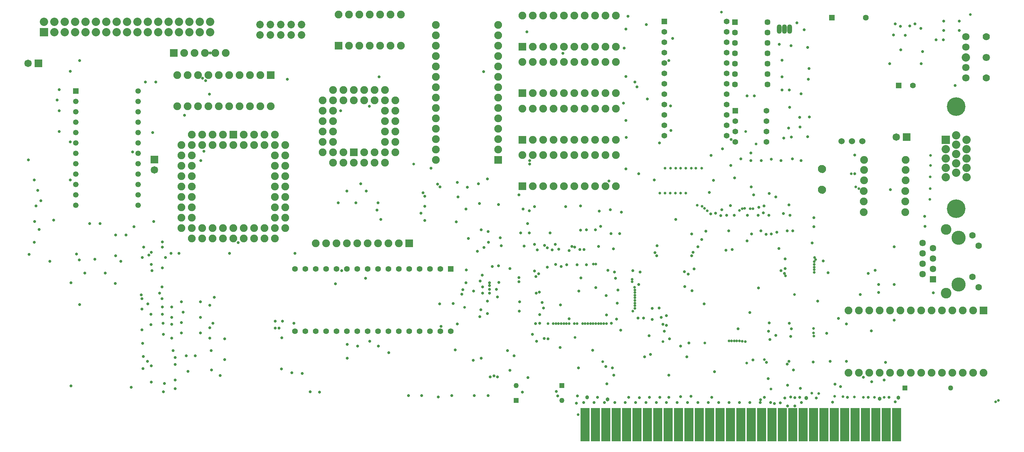
<source format=gbs>
G04*
G04 #@! TF.GenerationSoftware,Altium Limited,Altium Designer,22.11.1 (43)*
G04*
G04 Layer_Color=16711935*
%FSLAX25Y25*%
%MOIN*%
G70*
G04*
G04 #@! TF.SameCoordinates,299E75B2-B623-434A-8C2F-8C8F7067A500*
G04*
G04*
G04 #@! TF.FilePolarity,Negative*
G04*
G01*
G75*
%ADD67C,0.00000*%
%ADD107R,0.09000X0.32000*%
%ADD110C,0.08000*%
%ADD111C,0.17940*%
%ADD112R,0.08000X0.08000*%
%ADD113R,0.08000X0.08000*%
%ADD114C,0.07500*%
%ADD115R,0.07500X0.07500*%
%ADD116C,0.05288*%
%ADD117R,0.05288X0.05288*%
%ADD118C,0.07611*%
%ADD119R,0.05500X0.05500*%
%ADD120C,0.05500*%
%ADD121C,0.05713*%
%ADD122R,0.05713X0.05713*%
%ADD123R,0.05500X0.05500*%
%ADD124R,0.07500X0.07500*%
%ADD125C,0.06000*%
%ADD126O,0.04895X0.08989*%
%ADD127C,0.06304*%
%ADD128C,0.13595*%
%ADD129C,0.06343*%
%ADD130R,0.06343X0.06343*%
%ADD131C,0.10249*%
%ADD132C,0.07000*%
%ADD133C,0.07090*%
%ADD134C,0.07296*%
%ADD135C,0.05000*%
%ADD136R,0.05000X0.05000*%
%ADD137C,0.07178*%
%ADD138R,0.07178X0.07178*%
%ADD139R,0.07178X0.07178*%
%ADD140R,0.05674X0.05674*%
%ADD141C,0.05674*%
%ADD142R,0.05524X0.05524*%
%ADD143C,0.05524*%
%ADD144C,0.02800*%
%ADD145C,0.02600*%
%ADD146C,0.03800*%
D67*
X775495Y211301D02*
X775361Y212274D01*
X774970Y213175D01*
X774350Y213937D01*
X773548Y214503D01*
X772623Y214832D01*
X771643Y214899D01*
X770681Y214699D01*
X769809Y214247D01*
X769092Y213577D01*
X768581Y212738D01*
X768317Y211792D01*
Y210810D01*
X768581Y209865D01*
X769092Y209026D01*
X769809Y208355D01*
X770681Y207904D01*
X771643Y207704D01*
X772623Y207771D01*
X773548Y208100D01*
X774350Y208666D01*
X774970Y209428D01*
X775361Y210329D01*
X775495Y211301D01*
Y231301D02*
X775361Y232274D01*
X774970Y233175D01*
X774350Y233937D01*
X773548Y234503D01*
X772623Y234832D01*
X771643Y234899D01*
X770681Y234699D01*
X769809Y234247D01*
X769092Y233577D01*
X768581Y232738D01*
X768317Y231792D01*
Y230810D01*
X768581Y229865D01*
X769092Y229026D01*
X769809Y228355D01*
X770681Y227904D01*
X771643Y227704D01*
X772623Y227771D01*
X773548Y228100D01*
X774350Y228666D01*
X774970Y229428D01*
X775361Y230328D01*
X775495Y231301D01*
D107*
X843589Y-14993D02*
D03*
X753589D02*
D03*
X543589D02*
D03*
X813589D02*
D03*
X803589D02*
D03*
X793589D02*
D03*
X783589D02*
D03*
X773589D02*
D03*
X763589D02*
D03*
X703589D02*
D03*
X693589D02*
D03*
X683589D02*
D03*
X673589D02*
D03*
X653589D02*
D03*
X643589D02*
D03*
X633589D02*
D03*
X623589D02*
D03*
X613589D02*
D03*
X603589D02*
D03*
X593589D02*
D03*
X583589D02*
D03*
X573589D02*
D03*
X553589D02*
D03*
X563589D02*
D03*
X663589D02*
D03*
X713589D02*
D03*
X723589D02*
D03*
X733589D02*
D03*
X743589D02*
D03*
X823589D02*
D03*
X833589D02*
D03*
D110*
X901000Y263740D02*
D03*
Y254720D02*
D03*
Y245700D02*
D03*
Y227670D02*
D03*
X891000Y223160D02*
D03*
Y241200D02*
D03*
Y250250D02*
D03*
X911000Y223160D02*
D03*
Y232180D02*
D03*
Y241200D02*
D03*
Y250250D02*
D03*
Y259270D02*
D03*
X901000Y236690D02*
D03*
X891000Y232180D02*
D03*
X112719Y363090D02*
D03*
X122719D02*
D03*
X92719D02*
D03*
X142719D02*
D03*
X162719D02*
D03*
X132719D02*
D03*
X42719D02*
D03*
X52719D02*
D03*
X82719D02*
D03*
X72719D02*
D03*
X172719D02*
D03*
X182719Y373090D02*
D03*
Y363090D02*
D03*
X172719Y373090D02*
D03*
X162719D02*
D03*
X152719D02*
D03*
Y363090D02*
D03*
X142719Y373090D02*
D03*
X132719D02*
D03*
X122719D02*
D03*
X112719D02*
D03*
X102719D02*
D03*
Y363090D02*
D03*
X92719Y373090D02*
D03*
X82719D02*
D03*
X72719D02*
D03*
X62719D02*
D03*
Y363090D02*
D03*
X52719Y373090D02*
D03*
X42719D02*
D03*
X32719D02*
D03*
Y363090D02*
D03*
X22719Y373090D02*
D03*
X910417Y338799D02*
D03*
D111*
X901000Y291370D02*
D03*
Y192990D02*
D03*
D112*
X891000Y259270D02*
D03*
D113*
X22719Y363090D02*
D03*
D114*
X460176Y370061D02*
D03*
Y250061D02*
D03*
Y260061D02*
D03*
Y270061D02*
D03*
Y280061D02*
D03*
Y290061D02*
D03*
Y300061D02*
D03*
Y310061D02*
D03*
Y320061D02*
D03*
Y330061D02*
D03*
Y340061D02*
D03*
Y350061D02*
D03*
Y360061D02*
D03*
X400176Y370061D02*
D03*
Y360061D02*
D03*
Y350061D02*
D03*
Y340061D02*
D03*
Y330061D02*
D03*
Y320061D02*
D03*
Y310061D02*
D03*
Y300061D02*
D03*
Y290061D02*
D03*
Y280061D02*
D03*
Y270061D02*
D03*
Y260061D02*
D03*
Y250061D02*
D03*
Y240061D02*
D03*
X852371Y230298D02*
D03*
X812371D02*
D03*
X215051Y254355D02*
D03*
Y264355D02*
D03*
X225051Y254355D02*
D03*
X235051D02*
D03*
Y264355D02*
D03*
X245051Y254355D02*
D03*
Y264355D02*
D03*
X255051Y254355D02*
D03*
Y244355D02*
D03*
X245051Y234355D02*
D03*
X255051D02*
D03*
X245051Y224355D02*
D03*
Y214355D02*
D03*
X255051D02*
D03*
X245051Y204355D02*
D03*
Y194355D02*
D03*
X255051D02*
D03*
X245051Y184355D02*
D03*
X255051D02*
D03*
Y174355D02*
D03*
X245051Y164355D02*
D03*
X235051Y174355D02*
D03*
Y164355D02*
D03*
X225051Y174355D02*
D03*
Y164355D02*
D03*
X215051Y174355D02*
D03*
Y164355D02*
D03*
X195051Y174355D02*
D03*
Y164355D02*
D03*
X185051Y174355D02*
D03*
Y164355D02*
D03*
X175051D02*
D03*
X165051Y174355D02*
D03*
Y164355D02*
D03*
X155051Y174355D02*
D03*
X165051Y184355D02*
D03*
X155051D02*
D03*
X165051Y194355D02*
D03*
X155051D02*
D03*
Y204355D02*
D03*
X165051Y214355D02*
D03*
X155051D02*
D03*
X165051Y224355D02*
D03*
Y234355D02*
D03*
X155051D02*
D03*
X165051Y244355D02*
D03*
Y254355D02*
D03*
X155051D02*
D03*
X175051D02*
D03*
Y264355D02*
D03*
X185051Y254355D02*
D03*
Y264355D02*
D03*
X195051Y254355D02*
D03*
Y264355D02*
D03*
X205051Y254355D02*
D03*
X155051Y244355D02*
D03*
Y224355D02*
D03*
X165051Y264355D02*
D03*
Y204355D02*
D03*
X205051Y174355D02*
D03*
X175051D02*
D03*
X205051Y164355D02*
D03*
X225051Y264355D02*
D03*
X245051Y244355D02*
D03*
Y174355D02*
D03*
X255051Y224355D02*
D03*
Y204355D02*
D03*
X231092Y291703D02*
D03*
X221092D02*
D03*
X211092D02*
D03*
X201092D02*
D03*
X191092D02*
D03*
X181092D02*
D03*
X171092D02*
D03*
X161092D02*
D03*
X151092D02*
D03*
Y321703D02*
D03*
X161092D02*
D03*
X171092D02*
D03*
X181092D02*
D03*
X191092D02*
D03*
X201092D02*
D03*
X211092D02*
D03*
X221092D02*
D03*
X231092D02*
D03*
X241092Y291703D02*
D03*
X366451Y349811D02*
D03*
X306451Y379811D02*
D03*
X316451D02*
D03*
X326451D02*
D03*
X336451D02*
D03*
X346451D02*
D03*
X356451D02*
D03*
X366451D02*
D03*
X356451Y349811D02*
D03*
X346451D02*
D03*
X336451D02*
D03*
X326451D02*
D03*
X316451D02*
D03*
X301125Y307329D02*
D03*
X331125D02*
D03*
X321125Y297329D02*
D03*
X341125D02*
D03*
X321125Y237329D02*
D03*
X311125Y247329D02*
D03*
Y237329D02*
D03*
X301125Y247329D02*
D03*
Y237329D02*
D03*
X291125Y247329D02*
D03*
X301125Y257329D02*
D03*
X291125D02*
D03*
X301125Y267329D02*
D03*
X291125D02*
D03*
X301125Y277329D02*
D03*
X291125D02*
D03*
X301125Y287329D02*
D03*
X291125D02*
D03*
X301125Y297329D02*
D03*
X291125D02*
D03*
X311125D02*
D03*
Y307329D02*
D03*
X321125D02*
D03*
X331125Y297329D02*
D03*
X341125Y307329D02*
D03*
X351125Y297329D02*
D03*
Y307329D02*
D03*
X361125Y297329D02*
D03*
X351125Y287329D02*
D03*
X361125D02*
D03*
X351125Y277329D02*
D03*
X361125D02*
D03*
X351125Y267329D02*
D03*
X361125D02*
D03*
X351125Y257329D02*
D03*
X361125D02*
D03*
X351125Y247329D02*
D03*
X361125D02*
D03*
X351125Y237329D02*
D03*
X341125Y247329D02*
D03*
Y237329D02*
D03*
X331125Y247329D02*
D03*
Y237329D02*
D03*
X797339Y95067D02*
D03*
X847339Y35067D02*
D03*
X917339Y95067D02*
D03*
X907339D02*
D03*
X897339D02*
D03*
X887339D02*
D03*
X877339D02*
D03*
X867339D02*
D03*
X857339D02*
D03*
X847339D02*
D03*
X837339D02*
D03*
X827339D02*
D03*
X817339D02*
D03*
X807339D02*
D03*
X797339Y35067D02*
D03*
X807339D02*
D03*
X817339D02*
D03*
X827339D02*
D03*
X837339D02*
D03*
X857339D02*
D03*
X867339D02*
D03*
X877339D02*
D03*
X887339D02*
D03*
X897339D02*
D03*
X907339D02*
D03*
X917339D02*
D03*
X927339D02*
D03*
X493485Y244686D02*
D03*
X503485D02*
D03*
X513485D02*
D03*
X533485D02*
D03*
X543485D02*
D03*
X553485D02*
D03*
X563485D02*
D03*
X573485D02*
D03*
Y214686D02*
D03*
X563485D02*
D03*
X553485D02*
D03*
X543485D02*
D03*
X533485D02*
D03*
X523485D02*
D03*
X513485D02*
D03*
X503485D02*
D03*
X493485D02*
D03*
X483485Y244686D02*
D03*
X523485D02*
D03*
Y289451D02*
D03*
X483485D02*
D03*
X493485Y259451D02*
D03*
X503485D02*
D03*
X513485D02*
D03*
X523485D02*
D03*
X533485D02*
D03*
X543485D02*
D03*
X553485D02*
D03*
X563485D02*
D03*
X573485D02*
D03*
Y289451D02*
D03*
X563485D02*
D03*
X553485D02*
D03*
X543485D02*
D03*
X533485D02*
D03*
X513485D02*
D03*
X503485D02*
D03*
X493485D02*
D03*
X523485Y378981D02*
D03*
X483485D02*
D03*
X493485D02*
D03*
X503485D02*
D03*
X513485D02*
D03*
X533485D02*
D03*
X543485D02*
D03*
X553485D02*
D03*
X563485D02*
D03*
X573485D02*
D03*
Y348981D02*
D03*
X563485D02*
D03*
X553485D02*
D03*
X543485D02*
D03*
X533485D02*
D03*
X523485D02*
D03*
X513485D02*
D03*
X503485D02*
D03*
X493485D02*
D03*
X483485Y334216D02*
D03*
X523485D02*
D03*
X493485Y304216D02*
D03*
X503485D02*
D03*
X513485D02*
D03*
X523485D02*
D03*
X533485D02*
D03*
X543485D02*
D03*
X553485D02*
D03*
X563485D02*
D03*
X573485D02*
D03*
Y334216D02*
D03*
X563485D02*
D03*
X553485D02*
D03*
X543485D02*
D03*
X533485D02*
D03*
X513485D02*
D03*
X503485D02*
D03*
X493485D02*
D03*
X364529Y159802D02*
D03*
X354529D02*
D03*
X344529D02*
D03*
X334529D02*
D03*
X324529D02*
D03*
X314529D02*
D03*
X304529D02*
D03*
X294529D02*
D03*
X284529D02*
D03*
X157789Y342868D02*
D03*
X167789D02*
D03*
X177789D02*
D03*
X187789D02*
D03*
X197789D02*
D03*
X852041Y189570D02*
D03*
X812041D02*
D03*
X852121Y199805D02*
D03*
X812121D02*
D03*
X852221Y209879D02*
D03*
X812221D02*
D03*
X812301Y220264D02*
D03*
X852301D02*
D03*
X812411Y240063D02*
D03*
X852411D02*
D03*
D115*
X460176Y240061D02*
D03*
X205051Y264355D02*
D03*
X321125Y247329D02*
D03*
D116*
X113453Y196341D02*
D03*
Y226341D02*
D03*
X53453Y196341D02*
D03*
X113453Y306341D02*
D03*
Y296341D02*
D03*
Y286341D02*
D03*
Y276341D02*
D03*
Y266341D02*
D03*
Y256341D02*
D03*
Y246341D02*
D03*
Y236341D02*
D03*
Y216341D02*
D03*
Y206341D02*
D03*
X53453D02*
D03*
Y216341D02*
D03*
Y226341D02*
D03*
Y236341D02*
D03*
Y246341D02*
D03*
Y256341D02*
D03*
Y266341D02*
D03*
Y276341D02*
D03*
Y286341D02*
D03*
Y296341D02*
D03*
D117*
Y306341D02*
D03*
D118*
X771889Y211301D02*
D03*
Y231301D02*
D03*
D119*
X414558Y134981D02*
D03*
D120*
X404558D02*
D03*
X394558D02*
D03*
X384558D02*
D03*
X374558D02*
D03*
X364558D02*
D03*
X354558D02*
D03*
X344558D02*
D03*
X334558D02*
D03*
X324558D02*
D03*
X314558D02*
D03*
X304558D02*
D03*
X294558D02*
D03*
X284558D02*
D03*
X274558D02*
D03*
X264558Y74981D02*
D03*
X274558D02*
D03*
X284558D02*
D03*
X294558D02*
D03*
X304558D02*
D03*
X314558D02*
D03*
X324558D02*
D03*
X334558D02*
D03*
X344558D02*
D03*
X354558D02*
D03*
X364558D02*
D03*
X374558D02*
D03*
X384558D02*
D03*
X394558D02*
D03*
X404558D02*
D03*
X414558D02*
D03*
X264558Y134981D02*
D03*
X718557Y287231D02*
D03*
Y277231D02*
D03*
Y257231D02*
D03*
X688557D02*
D03*
Y267231D02*
D03*
Y277231D02*
D03*
X718557Y267231D02*
D03*
X620169Y263270D02*
D03*
X680169Y373270D02*
D03*
Y363270D02*
D03*
Y353270D02*
D03*
Y343270D02*
D03*
Y333270D02*
D03*
Y323270D02*
D03*
Y313270D02*
D03*
Y303270D02*
D03*
Y293270D02*
D03*
Y283270D02*
D03*
Y273270D02*
D03*
Y263270D02*
D03*
X620169Y273270D02*
D03*
Y283270D02*
D03*
Y293270D02*
D03*
Y303270D02*
D03*
Y313270D02*
D03*
Y323270D02*
D03*
Y333270D02*
D03*
Y343270D02*
D03*
Y353270D02*
D03*
Y363270D02*
D03*
D121*
X719450Y372801D02*
D03*
Y362802D02*
D03*
Y352801D02*
D03*
Y342801D02*
D03*
Y332802D02*
D03*
Y322801D02*
D03*
Y312802D02*
D03*
X688190D02*
D03*
Y322801D02*
D03*
Y332802D02*
D03*
Y342801D02*
D03*
Y352801D02*
D03*
Y362802D02*
D03*
D122*
Y372801D02*
D03*
D123*
X688557Y287231D02*
D03*
X620169Y373270D02*
D03*
D124*
X241092Y321703D02*
D03*
X306451Y349811D02*
D03*
X927339Y95067D02*
D03*
X483485Y214686D02*
D03*
Y259451D02*
D03*
X483485Y348981D02*
D03*
Y304216D02*
D03*
X374529Y159802D02*
D03*
X147789Y342868D02*
D03*
D125*
X790639Y258017D02*
D03*
X800639D02*
D03*
X810639D02*
D03*
D126*
X735659Y365990D02*
D03*
X740659D02*
D03*
X730659D02*
D03*
D127*
X922830Y157240D02*
D03*
X916846Y167240D02*
D03*
X922830Y117437D02*
D03*
X916846Y127437D02*
D03*
D128*
X903539Y164838D02*
D03*
Y119838D02*
D03*
D129*
X878578Y154858D02*
D03*
X868578Y149858D02*
D03*
X878578Y144858D02*
D03*
X868578Y139858D02*
D03*
X878578Y134819D02*
D03*
X868578Y129819D02*
D03*
Y159858D02*
D03*
D130*
X878578Y124819D02*
D03*
D131*
X891531Y111728D02*
D03*
Y172949D02*
D03*
D132*
X930107Y319109D02*
D03*
Y358489D02*
D03*
D133*
X910417Y319109D02*
D03*
Y328959D02*
D03*
Y348639D02*
D03*
Y358489D02*
D03*
X930107Y338799D02*
D03*
D134*
X230829Y360398D02*
D03*
X240829D02*
D03*
Y370397D02*
D03*
X250829D02*
D03*
Y360398D02*
D03*
X260829Y370397D02*
D03*
Y360398D02*
D03*
X270829Y370397D02*
D03*
Y360398D02*
D03*
X230829Y370397D02*
D03*
D135*
X521539Y8305D02*
D03*
X895843Y20366D02*
D03*
X477511Y22764D02*
D03*
D136*
X477539Y8305D02*
D03*
X851843Y20366D02*
D03*
X521511Y22764D02*
D03*
D137*
X128919Y230370D02*
D03*
X7469Y332900D02*
D03*
X843327Y262100D02*
D03*
D138*
X128919Y240370D02*
D03*
D139*
X17469Y332900D02*
D03*
X853327Y262100D02*
D03*
D140*
X781562Y376874D02*
D03*
D141*
X814208D02*
D03*
D142*
X845669Y311727D02*
D03*
D143*
X859449D02*
D03*
D144*
X738589Y2986D02*
D03*
X757940Y348170D02*
D03*
X733434Y319924D02*
D03*
X733257Y335999D02*
D03*
X735751Y130639D02*
D03*
X842341Y7087D02*
D03*
X752020Y6367D02*
D03*
X542241D02*
D03*
X736559Y144617D02*
D03*
X736340Y135466D02*
D03*
X732426Y133254D02*
D03*
X727240Y71025D02*
D03*
X460740Y121962D02*
D03*
X539651Y126388D02*
D03*
X106696Y21130D02*
D03*
X48880Y22306D02*
D03*
X816316Y11447D02*
D03*
X836322D02*
D03*
X819719Y26314D02*
D03*
X831659Y27915D02*
D03*
X497070Y65299D02*
D03*
X515970Y17050D02*
D03*
X535540Y5799D02*
D03*
X441990Y198049D02*
D03*
X389440Y195199D02*
D03*
X471540Y135399D02*
D03*
X451740Y121630D02*
D03*
X483526Y16159D02*
D03*
X519685Y59154D02*
D03*
X488604Y30266D02*
D03*
X402240Y11547D02*
D03*
X386272Y13047D02*
D03*
X373856Y13047D02*
D03*
X278940Y16499D02*
D03*
X7680Y239960D02*
D03*
X18127Y172977D02*
D03*
X13569Y180570D02*
D03*
X13540Y160570D02*
D03*
X740027Y196537D02*
D03*
X808758Y110302D02*
D03*
X803484Y244567D02*
D03*
X803484Y226502D02*
D03*
X750410Y281110D02*
D03*
X751590Y303650D02*
D03*
X741950Y349990D02*
D03*
X730730Y351260D02*
D03*
X754840Y365450D02*
D03*
X840623Y360150D02*
D03*
X852040Y359940D02*
D03*
X847540Y368761D02*
D03*
X856354Y368925D02*
D03*
X842412Y371000D02*
D03*
X747640Y371999D02*
D03*
X480190Y126630D02*
D03*
X647810Y151000D02*
D03*
X639540Y132154D02*
D03*
X643228Y130054D02*
D03*
X652379Y156226D02*
D03*
X595440Y120120D02*
D03*
X451750Y118860D02*
D03*
X136690Y91300D02*
D03*
X117910Y38880D02*
D03*
X107953Y247643D02*
D03*
X303440Y120599D02*
D03*
X314690Y62199D02*
D03*
X309500Y133430D02*
D03*
X443691Y172530D02*
D03*
X463070Y157360D02*
D03*
X480360Y94150D02*
D03*
X479930Y122510D02*
D03*
X495100Y132820D02*
D03*
X515310Y139350D02*
D03*
X507265Y155299D02*
D03*
X520860Y137299D02*
D03*
X518270Y153810D02*
D03*
X538810Y153660D02*
D03*
X542790Y153650D02*
D03*
X589620Y133260D02*
D03*
X504325Y68086D02*
D03*
X574790Y101910D02*
D03*
X564140Y109199D02*
D03*
X574130Y86633D02*
D03*
X569130Y82550D02*
D03*
X496110Y82330D02*
D03*
X578570Y189750D02*
D03*
X556696Y156511D02*
D03*
X683900Y196109D02*
D03*
X675489Y191899D02*
D03*
X664649Y188031D02*
D03*
X669440Y188699D02*
D03*
X421280Y204167D02*
D03*
X626128Y292112D02*
D03*
X734690Y188230D02*
D03*
X727255Y204314D02*
D03*
X504830Y157570D02*
D03*
X176890Y248240D02*
D03*
X740180Y45932D02*
D03*
X741730Y69999D02*
D03*
X744240Y37699D02*
D03*
X721140Y82999D02*
D03*
X777730Y131187D02*
D03*
X209840Y160180D02*
D03*
X721840Y66890D02*
D03*
X705250Y47150D02*
D03*
X720114Y29316D02*
D03*
X620160Y75100D02*
D03*
X183628Y56241D02*
D03*
X436493Y113499D02*
D03*
X443560Y95600D02*
D03*
X56910Y100650D02*
D03*
X526060Y139030D02*
D03*
X536200Y138970D02*
D03*
X445040Y111726D02*
D03*
X425140Y110599D02*
D03*
X426040Y114822D02*
D03*
X612870Y147540D02*
D03*
X664980Y244245D02*
D03*
X429320Y134120D02*
D03*
X675950Y250800D02*
D03*
X454440Y137199D02*
D03*
X581353Y347543D02*
D03*
X430240Y213599D02*
D03*
X420831Y218337D02*
D03*
X403940Y213899D02*
D03*
X91530Y120990D02*
D03*
X703640Y214070D02*
D03*
X452515Y31057D02*
D03*
X456120Y31810D02*
D03*
X643819Y63732D02*
D03*
X563740Y41049D02*
D03*
X570050Y39750D02*
D03*
X571240Y32499D02*
D03*
X173740Y239399D02*
D03*
X144913Y149980D02*
D03*
X624940Y67799D02*
D03*
X658440Y101299D02*
D03*
X663440Y208540D02*
D03*
X764000Y175487D02*
D03*
X811740Y30499D02*
D03*
X595240Y226799D02*
D03*
X715469Y189099D02*
D03*
X603833Y298699D02*
D03*
X710349Y186599D02*
D03*
X703985Y168743D02*
D03*
X490540Y239299D02*
D03*
X682199Y171799D02*
D03*
X732440Y239299D02*
D03*
X646340Y147699D02*
D03*
X566764Y219699D02*
D03*
X742540Y77299D02*
D03*
X787781Y87199D02*
D03*
X833140Y45099D02*
D03*
X490540Y235899D02*
D03*
X606640Y52534D02*
D03*
X122440Y46099D02*
D03*
X685240Y153599D02*
D03*
X745640Y10899D02*
D03*
X332540Y125999D02*
D03*
X816440Y130499D02*
D03*
X823140Y133699D02*
D03*
X648740Y134999D02*
D03*
X613140Y157299D02*
D03*
X626540Y268399D02*
D03*
X683940Y234799D02*
D03*
X646640Y113907D02*
D03*
X723140Y240699D02*
D03*
X37440Y307499D02*
D03*
X13540Y220570D02*
D03*
X35340Y297499D02*
D03*
X536240Y12699D02*
D03*
X517440D02*
D03*
X19840Y200570D02*
D03*
X186640Y107599D02*
D03*
X738840Y23099D02*
D03*
X181940Y303299D02*
D03*
X157940Y282899D02*
D03*
X494940Y195121D02*
D03*
X494929Y158599D02*
D03*
X345340Y320061D02*
D03*
X867040Y366799D02*
D03*
X759340Y327914D02*
D03*
X739740Y270578D02*
D03*
X730440Y154499D02*
D03*
X512140Y153399D02*
D03*
X533640Y156099D02*
D03*
X449640Y104099D02*
D03*
X480840Y103399D02*
D03*
X245540Y77899D02*
D03*
X416640Y101599D02*
D03*
X497829Y153349D02*
D03*
X47998Y257456D02*
D03*
X750540Y11199D02*
D03*
X879040Y111935D02*
D03*
X544940Y138899D02*
D03*
X537590Y113549D02*
D03*
X572040Y131999D02*
D03*
X440140Y151899D02*
D03*
X261441Y34999D02*
D03*
X249040Y78099D02*
D03*
X182540Y99999D02*
D03*
X76740Y178699D02*
D03*
X173240Y103397D02*
D03*
X66739Y178699D02*
D03*
X48040Y325399D02*
D03*
X122640Y101267D02*
D03*
X182540Y78397D02*
D03*
X196740Y47756D02*
D03*
X344759Y60499D02*
D03*
X837777Y211162D02*
D03*
X594840Y87599D02*
D03*
X487640Y363270D02*
D03*
X545040Y172609D02*
D03*
X175240Y318799D02*
D03*
X484140Y192699D02*
D03*
X537240Y39499D02*
D03*
X15040Y195699D02*
D03*
X37440Y267457D02*
D03*
X500040Y82659D02*
D03*
X703340Y239199D02*
D03*
X655940Y163299D02*
D03*
X779740Y45899D02*
D03*
X762540Y159977D02*
D03*
X738340Y43299D02*
D03*
X712740Y8899D02*
D03*
X600940Y50399D02*
D03*
X118471Y50599D02*
D03*
X668540Y35999D02*
D03*
X624240Y32599D02*
D03*
X693625Y240914D02*
D03*
X596740Y131999D02*
D03*
X584940Y378299D02*
D03*
X687840Y222499D02*
D03*
X674529Y186399D02*
D03*
X608440Y86299D02*
D03*
X721029Y207499D02*
D03*
X489929Y191110D02*
D03*
X718440Y44899D02*
D03*
X489929Y169699D02*
D03*
X446540Y155499D02*
D03*
X507340Y136799D02*
D03*
X716029Y195510D02*
D03*
X520140Y100299D02*
D03*
X168440Y51370D02*
D03*
X528439Y86999D02*
D03*
X502440Y102499D02*
D03*
X496640Y111799D02*
D03*
X126840Y133399D02*
D03*
X503840Y97399D02*
D03*
X182840Y342899D02*
D03*
X401669Y216775D02*
D03*
X138640Y24699D02*
D03*
X551140Y56599D02*
D03*
X553740Y172599D02*
D03*
X679440Y152999D02*
D03*
X442740Y123441D02*
D03*
X460440Y196999D02*
D03*
X605240Y70499D02*
D03*
X600101Y87538D02*
D03*
X568750Y168899D02*
D03*
X577940Y75999D02*
D03*
X608440Y96899D02*
D03*
X699782Y161996D02*
D03*
X635685Y60791D02*
D03*
X458540Y115270D02*
D03*
X528540Y152717D02*
D03*
X444640Y128883D02*
D03*
X496240Y127629D02*
D03*
X499840Y112599D02*
D03*
X531097Y156599D02*
D03*
X451685Y111599D02*
D03*
X459540Y107999D02*
D03*
X462140Y164999D02*
D03*
X336359Y65299D02*
D03*
X451640Y115299D02*
D03*
X324759Y60499D02*
D03*
X445040Y117599D02*
D03*
X868840Y344399D02*
D03*
X861540Y370999D02*
D03*
X48190Y220649D02*
D03*
X48880Y121599D02*
D03*
X126109Y26130D02*
D03*
X471340Y37455D02*
D03*
X134040Y111699D02*
D03*
X28340Y142299D02*
D03*
X123840Y148399D02*
D03*
X475440Y51299D02*
D03*
X564840Y24299D02*
D03*
X8240Y148999D02*
D03*
X139740Y145900D02*
D03*
X149069Y27920D02*
D03*
X469040Y56399D02*
D03*
X149040Y49599D02*
D03*
X459440Y31099D02*
D03*
X109540Y175699D02*
D03*
X354740Y54399D02*
D03*
X449575Y91999D02*
D03*
X136540Y117499D02*
D03*
X54140Y149199D02*
D03*
X751140Y19899D02*
D03*
X125940Y139299D02*
D03*
X56739Y143799D02*
D03*
X343440Y191799D02*
D03*
X404940Y79599D02*
D03*
X62040Y131099D02*
D03*
X500040Y90899D02*
D03*
X507940Y67599D02*
D03*
X71739Y144299D02*
D03*
X136740Y135900D02*
D03*
X137440Y82667D02*
D03*
X615040Y97199D02*
D03*
X145733Y81597D02*
D03*
X161357Y36370D02*
D03*
X484929Y156999D02*
D03*
X429040Y121599D02*
D03*
X288140Y16399D02*
D03*
X687240Y186599D02*
D03*
X718029Y168278D02*
D03*
X37440Y287456D02*
D03*
X16740Y210570D02*
D03*
X137595Y16477D02*
D03*
X773040Y142699D02*
D03*
X738540Y171799D02*
D03*
X308540Y287299D02*
D03*
X125872Y91299D02*
D03*
X126140Y41499D02*
D03*
X442540Y88899D02*
D03*
X436140Y46855D02*
D03*
X493204Y71913D02*
D03*
X118840Y155899D02*
D03*
X558750Y175899D02*
D03*
X567950Y192099D02*
D03*
X611040Y150699D02*
D03*
X580840Y294499D02*
D03*
X617140Y88399D02*
D03*
X618740Y81597D02*
D03*
X660040Y171199D02*
D03*
X743240Y240899D02*
D03*
X450337Y13047D02*
D03*
X251640Y68724D02*
D03*
X684340Y259699D02*
D03*
X624340Y335499D02*
D03*
X522240Y342599D02*
D03*
X751840Y239299D02*
D03*
X679915Y186599D02*
D03*
X403640Y101199D02*
D03*
X450549Y170839D02*
D03*
X593840Y310199D02*
D03*
X627940Y357099D02*
D03*
X583340Y261599D02*
D03*
X96740Y142199D02*
D03*
X173253Y88197D02*
D03*
X387840Y208399D02*
D03*
X347140Y182599D02*
D03*
X445940Y325099D02*
D03*
X564240Y90699D02*
D03*
X443740Y48999D02*
D03*
X720440Y75099D02*
D03*
X314740Y48999D02*
D03*
X263540Y82499D02*
D03*
X554030Y116809D02*
D03*
X481740Y169699D02*
D03*
X575340Y114699D02*
D03*
X420894Y81876D02*
D03*
X565740Y133499D02*
D03*
X573210Y126029D02*
D03*
X728269Y170299D02*
D03*
X610540Y220599D02*
D03*
X712909Y171799D02*
D03*
X764000Y184173D02*
D03*
X723149Y168562D02*
D03*
X32040Y181899D02*
D03*
X639704Y118067D02*
D03*
X192240Y32299D02*
D03*
X182512Y68397D02*
D03*
X184040Y37756D02*
D03*
X173253Y73397D02*
D03*
X252240Y84799D02*
D03*
X271441Y34199D02*
D03*
X149001Y19770D02*
D03*
X733397Y307299D02*
D03*
X591640Y314967D02*
D03*
X582963Y320454D02*
D03*
X759671Y281244D02*
D03*
X615340Y256269D02*
D03*
X602896Y370276D02*
D03*
X539427Y172407D02*
D03*
X735034Y261098D02*
D03*
X385740Y188575D02*
D03*
X336140Y291699D02*
D03*
X450640Y160548D02*
D03*
X147040Y56370D02*
D03*
X101739Y167599D02*
D03*
X156593Y93397D02*
D03*
X137769Y72045D02*
D03*
X557240Y190699D02*
D03*
X819240Y75199D02*
D03*
X841440Y85599D02*
D03*
X498913Y130187D02*
D03*
X178540Y316299D02*
D03*
X667551Y220426D02*
D03*
X418740Y56855D02*
D03*
X159740Y51370D02*
D03*
X91740Y167599D02*
D03*
X577150Y168874D02*
D03*
X201462Y149999D02*
D03*
X395419Y231874D02*
D03*
X306159Y198579D02*
D03*
X571082Y154449D02*
D03*
X711029Y194410D02*
D03*
X710740Y116699D02*
D03*
X690940Y77399D02*
D03*
X706040Y206299D02*
D03*
X419640Y180399D02*
D03*
X488340Y178799D02*
D03*
X322959Y198579D02*
D03*
X332959Y210083D02*
D03*
X795340Y82099D02*
D03*
Y45899D02*
D03*
X702519Y93122D02*
D03*
X622140Y80637D02*
D03*
Y89999D02*
D03*
X389457Y204976D02*
D03*
X763240Y45299D02*
D03*
X136740Y155899D02*
D03*
X431537Y164147D02*
D03*
X91740Y147799D02*
D03*
X125940Y150900D02*
D03*
X117240Y145899D02*
D03*
X128540Y180799D02*
D03*
X641740Y50300D02*
D03*
X449689Y221773D02*
D03*
X440940Y216972D02*
D03*
X429100Y192794D02*
D03*
X847740Y345899D02*
D03*
X460359Y137899D02*
D03*
X713440Y239399D02*
D03*
X703425Y246656D02*
D03*
X251441Y38699D02*
D03*
X245522Y84799D02*
D03*
X767850Y103978D02*
D03*
X81739Y131099D02*
D03*
X196740Y67799D02*
D03*
X185438Y82799D02*
D03*
X881640Y355699D02*
D03*
X867265Y332499D02*
D03*
X136540Y106299D02*
D03*
X149001Y42970D02*
D03*
X699640Y301799D02*
D03*
X750640Y271799D02*
D03*
X742440Y262099D02*
D03*
X152740Y149999D02*
D03*
X758071Y262168D02*
D03*
X871140Y176099D02*
D03*
X57140Y335635D02*
D03*
X646379Y168562D02*
D03*
X900040Y311699D02*
D03*
X117077Y76267D02*
D03*
X117900Y63225D02*
D03*
X117077Y96267D02*
D03*
Y106267D02*
D03*
X125810Y81267D02*
D03*
X116375Y109880D02*
D03*
X145733Y68397D02*
D03*
X154993Y73397D02*
D03*
X136855Y98373D02*
D03*
X154993Y83397D02*
D03*
X145733Y88397D02*
D03*
Y98397D02*
D03*
X154993Y103397D02*
D03*
X136708Y160900D02*
D03*
X127303Y266251D02*
D03*
X120386Y314941D02*
D03*
X264279Y149980D02*
D03*
X130447Y314941D02*
D03*
X314559Y210083D02*
D03*
X257097Y317503D02*
D03*
X327757Y216855D02*
D03*
X344559Y198579D02*
D03*
X415247Y13047D02*
D03*
X389457Y181775D02*
D03*
X437135Y13047D02*
D03*
X479929Y206205D02*
D03*
X509929Y169670D02*
D03*
X514929Y158560D02*
D03*
X524929Y195095D02*
D03*
X539427Y195742D02*
D03*
X582963Y231202D02*
D03*
Y278109D02*
D03*
X631223Y182573D02*
D03*
X582963Y365998D02*
D03*
X700119Y186572D02*
D03*
X720589D02*
D03*
X740344Y82550D02*
D03*
X741059Y186572D02*
D03*
X743619Y171762D02*
D03*
X706764Y301756D02*
D03*
X784470Y23948D02*
D03*
X776558Y72945D02*
D03*
X789619Y21559D02*
D03*
X740580Y290491D02*
D03*
X740324Y307262D02*
D03*
X758583Y317590D02*
D03*
X826447Y112164D02*
D03*
Y119845D02*
D03*
X841396Y120101D02*
D03*
X841496Y156203D02*
D03*
X870866Y185708D02*
D03*
X836997Y332523D02*
D03*
X888782Y355738D02*
D03*
X889010Y364610D02*
D03*
X889094Y373545D02*
D03*
X903961Y364610D02*
D03*
Y373508D02*
D03*
X782119Y6767D02*
D03*
X562248Y6367D02*
D03*
X766299Y10610D02*
D03*
X555752Y11257D02*
D03*
X552245Y6367D02*
D03*
X572251D02*
D03*
X582255D02*
D03*
X592258D02*
D03*
X602261D02*
D03*
X612265D02*
D03*
X741759Y11727D02*
D03*
X745569Y3137D02*
D03*
X716282Y11447D02*
D03*
X726089Y5468D02*
D03*
X731876Y5939D02*
D03*
X736089Y10725D02*
D03*
X722301Y6367D02*
D03*
X796309Y11447D02*
D03*
X585762Y11257D02*
D03*
X605769D02*
D03*
X615772D02*
D03*
X624429Y11240D02*
D03*
X621929Y6367D02*
D03*
X632271D02*
D03*
X702295D02*
D03*
X712298D02*
D03*
X652278D02*
D03*
X692291D02*
D03*
X682288D02*
D03*
X635749Y11957D02*
D03*
X665789Y11257D02*
D03*
X645749Y12267D02*
D03*
X595931Y11092D02*
D03*
X672285Y6367D02*
D03*
X642275D02*
D03*
X662281D02*
D03*
D145*
X736630Y128220D02*
D03*
X588989Y124877D02*
D03*
X589177Y122585D02*
D03*
X822419Y11440D02*
D03*
X831779Y11430D02*
D03*
X378570Y236100D02*
D03*
X804529Y213947D02*
D03*
X800090Y226748D02*
D03*
X807300Y212320D02*
D03*
X698250Y267370D02*
D03*
X763910Y70190D02*
D03*
X705239Y192997D02*
D03*
X694994Y65416D02*
D03*
X692439Y65527D02*
D03*
X697980Y65077D02*
D03*
X697540Y193170D02*
D03*
X591680Y104580D02*
D03*
X591739Y107153D02*
D03*
X591470Y117190D02*
D03*
X546340Y82320D02*
D03*
X656290Y195260D02*
D03*
X650470Y232030D02*
D03*
X655930Y231910D02*
D03*
X645950Y232080D02*
D03*
X620790Y232020D02*
D03*
X630930D02*
D03*
X625930D02*
D03*
X635700Y232130D02*
D03*
X640819Y232100D02*
D03*
X763860Y77780D02*
D03*
Y73190D02*
D03*
X765770Y143840D02*
D03*
X764720Y145960D02*
D03*
X764388Y141826D02*
D03*
X536116Y82309D02*
D03*
X745380Y110350D02*
D03*
X699400Y44150D02*
D03*
X427751Y97816D02*
D03*
X708470Y255430D02*
D03*
X914650Y379870D02*
D03*
X876519Y234592D02*
D03*
X876346Y244445D02*
D03*
X537190Y-5400D02*
D03*
X534002Y68932D02*
D03*
X659035Y63632D02*
D03*
X560890Y45770D02*
D03*
X618720Y65050D02*
D03*
X875752Y201968D02*
D03*
X875980Y212290D02*
D03*
X876130Y223625D02*
D03*
X675029Y382358D02*
D03*
X941676Y8447D02*
D03*
X938996Y6947D02*
D03*
X620829Y208080D02*
D03*
X716389Y47630D02*
D03*
X811739Y11290D02*
D03*
X802939Y11680D02*
D03*
X791999Y12030D02*
D03*
X764323Y131661D02*
D03*
X784209Y12210D02*
D03*
X768699Y14805D02*
D03*
X762184Y15286D02*
D03*
X591583Y114675D02*
D03*
X591739Y112272D02*
D03*
X764328Y139337D02*
D03*
X591739Y109713D02*
D03*
Y99476D02*
D03*
Y102035D02*
D03*
X764323Y134221D02*
D03*
Y136782D02*
D03*
X615819Y208090D02*
D03*
X635819D02*
D03*
X640819D02*
D03*
X625819D02*
D03*
X630819D02*
D03*
X651609Y196367D02*
D03*
X551699Y139566D02*
D03*
X553999D02*
D03*
X513085Y82309D02*
D03*
X687319Y65527D02*
D03*
X689879D02*
D03*
X507967Y82309D02*
D03*
X515644D02*
D03*
X518203D02*
D03*
X520762D02*
D03*
X523321D02*
D03*
X525880D02*
D03*
X528439D02*
D03*
X684759Y65527D02*
D03*
X682235Y65522D02*
D03*
X722734Y19181D02*
D03*
X702675Y193083D02*
D03*
X692539Y191167D02*
D03*
X658669Y193307D02*
D03*
X661269Y191037D02*
D03*
X695030Y193118D02*
D03*
X541234Y82328D02*
D03*
X533557Y82309D02*
D03*
X551471Y82328D02*
D03*
X589659Y94387D02*
D03*
X591719Y96917D02*
D03*
X561707Y82328D02*
D03*
X559148D02*
D03*
X556589D02*
D03*
X554030D02*
D03*
X564266D02*
D03*
X543794D02*
D03*
X548912D02*
D03*
D146*
X845550Y10970D02*
D03*
X756720Y10610D02*
D03*
X545790Y11380D02*
D03*
X827241Y9860D02*
D03*
X565460Y9380D02*
D03*
M02*

</source>
